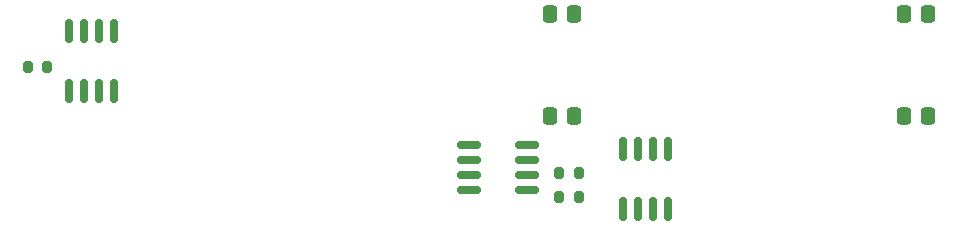
<source format=gtp>
G04 #@! TF.GenerationSoftware,KiCad,Pcbnew,8.0.7*
G04 #@! TF.CreationDate,2025-01-13T15:19:08-08:00*
G04 #@! TF.ProjectId,psu_linear_reg,7073755f-6c69-46e6-9561-725f7265672e,rev?*
G04 #@! TF.SameCoordinates,Original*
G04 #@! TF.FileFunction,Paste,Top*
G04 #@! TF.FilePolarity,Positive*
%FSLAX46Y46*%
G04 Gerber Fmt 4.6, Leading zero omitted, Abs format (unit mm)*
G04 Created by KiCad (PCBNEW 8.0.7) date 2025-01-13 15:19:08*
%MOMM*%
%LPD*%
G01*
G04 APERTURE LIST*
G04 Aperture macros list*
%AMRoundRect*
0 Rectangle with rounded corners*
0 $1 Rounding radius*
0 $2 $3 $4 $5 $6 $7 $8 $9 X,Y pos of 4 corners*
0 Add a 4 corners polygon primitive as box body*
4,1,4,$2,$3,$4,$5,$6,$7,$8,$9,$2,$3,0*
0 Add four circle primitives for the rounded corners*
1,1,$1+$1,$2,$3*
1,1,$1+$1,$4,$5*
1,1,$1+$1,$6,$7*
1,1,$1+$1,$8,$9*
0 Add four rect primitives between the rounded corners*
20,1,$1+$1,$2,$3,$4,$5,0*
20,1,$1+$1,$4,$5,$6,$7,0*
20,1,$1+$1,$6,$7,$8,$9,0*
20,1,$1+$1,$8,$9,$2,$3,0*%
G04 Aperture macros list end*
%ADD10RoundRect,0.250000X0.337500X0.475000X-0.337500X0.475000X-0.337500X-0.475000X0.337500X-0.475000X0*%
%ADD11RoundRect,0.200000X0.200000X0.275000X-0.200000X0.275000X-0.200000X-0.275000X0.200000X-0.275000X0*%
%ADD12RoundRect,0.200000X-0.200000X-0.275000X0.200000X-0.275000X0.200000X0.275000X-0.200000X0.275000X0*%
%ADD13RoundRect,0.162500X0.162500X-0.825000X0.162500X0.825000X-0.162500X0.825000X-0.162500X-0.825000X0*%
%ADD14RoundRect,0.150000X0.825000X0.150000X-0.825000X0.150000X-0.825000X-0.150000X0.825000X-0.150000X0*%
G04 APERTURE END LIST*
D10*
X139467500Y-137160000D03*
X137392500Y-137160000D03*
X169418000Y-128524000D03*
X167343000Y-128524000D03*
D11*
X94825000Y-133000000D03*
X93175000Y-133000000D03*
D10*
X169439500Y-137160000D03*
X167364500Y-137160000D03*
D12*
X138175000Y-144000000D03*
X139825000Y-144000000D03*
D10*
X139467500Y-128524000D03*
X137392500Y-128524000D03*
D13*
X143595000Y-145037500D03*
X144865000Y-145037500D03*
X146135000Y-145037500D03*
X147405000Y-145037500D03*
X147405000Y-139962500D03*
X146135000Y-139962500D03*
X144865000Y-139962500D03*
X143595000Y-139962500D03*
D11*
X139825000Y-142000000D03*
X138175000Y-142000000D03*
D13*
X96690000Y-135037500D03*
X97960000Y-135037500D03*
X99230000Y-135037500D03*
X100500000Y-135037500D03*
X100500000Y-129962500D03*
X99230000Y-129962500D03*
X97960000Y-129962500D03*
X96690000Y-129962500D03*
D14*
X135475000Y-143405000D03*
X135475000Y-142135000D03*
X135475000Y-140865000D03*
X135475000Y-139595000D03*
X130525000Y-139595000D03*
X130525000Y-140865000D03*
X130525000Y-142135000D03*
X130525000Y-143405000D03*
M02*

</source>
